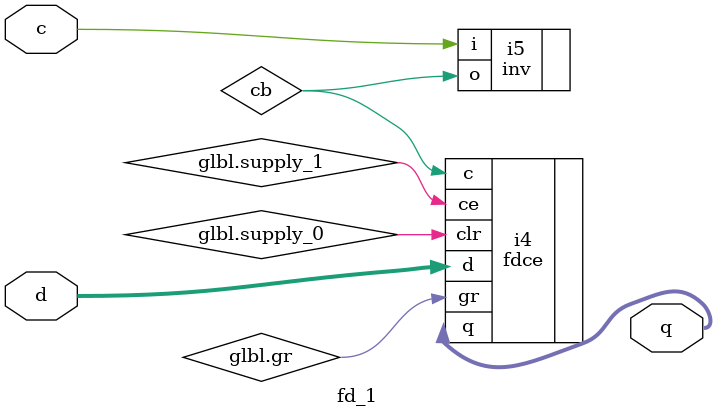
<source format=v>

module fd_1 (q, c, d );
// generated by Concept HDL Direct Version 1.7 08-Aug-94
// on Wed Sep  7 10:34:25 1994
// from /usr3/xiltest/concept/lib/xm3000/fd_1/logic

  parameter size = 0;

  output [size-1:0] q;
  input  c;
  input [size-1:0] d;
  // global signal glbl.gr;
  // global signal glbl.supply_0;
  // global signal glbl.supply_1;

  wire  cb;

// begin instances 

  fdce i4  (.c(cb),
	.ce(glbl.supply_1),
	.clr(glbl.supply_0),
	.d(d[size-1:0]),
	.gr(glbl.gr),
	.q(q[size-1:0]));
  defparam i4.size = size;

  inv i5  (.i(c),
	.o(cb));
  defparam i5.size = 1;

endmodule // fd_1(logic) 

</source>
